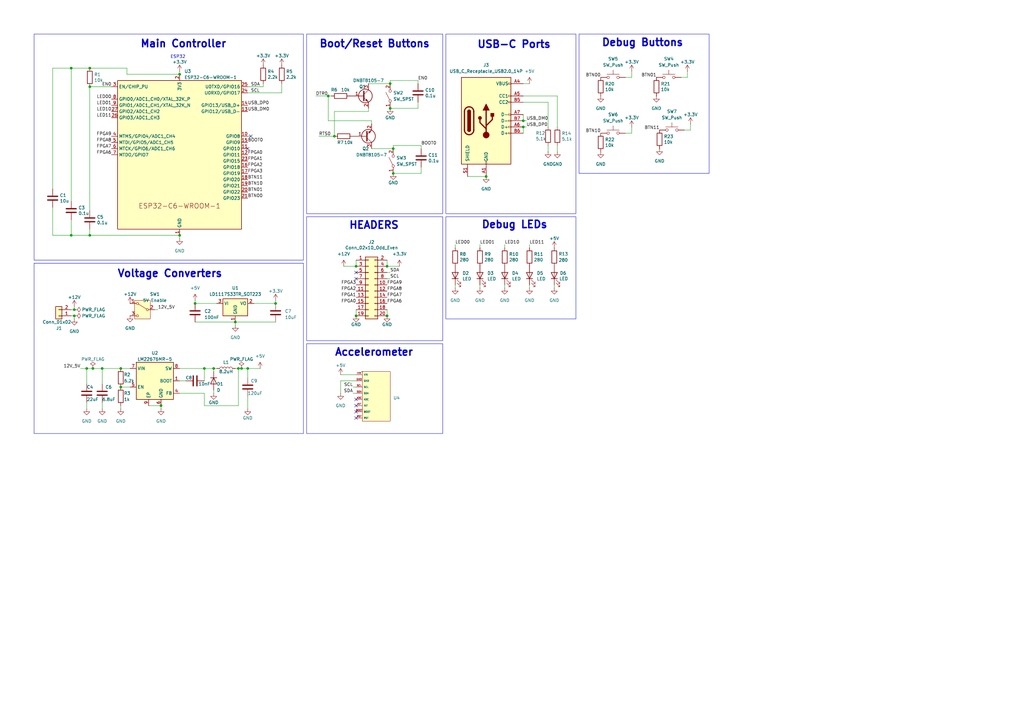
<source format=kicad_sch>
(kicad_sch (version 20231120) (generator "eeschema") (generator_version "8.0")
  (paper "A3")
  (lib_symbols
    (symbol "Adafruit_Files:BNO055"
      (property "Reference" "U" (at 0 2.54 0))
      (symbol "BNO055_1_1"
        (pin bidirectional line (at -2.54 -11.43 0) (length 2.54) (name "ADC") (number "ADC"))
        (pin bidirectional line (at -2.54 -16.51 0) (length 2.54) (name "BOOT") (number "BOOT"))
        (pin bidirectional line (at -2.54 -3.81 0) (length 2.54) (name "GND") (number "GND"))
        (pin bidirectional line (at -2.54 -13.97 0) (length 2.54) (name "INT") (number "INT"))
        (pin bidirectional line (at -2.54 -19.05 0) (length 2.54) (name "RST") (number "RST"))
        (pin bidirectional line (at -2.54 -6.35 0) (length 2.54) (name "SCL") (number "SCL"))
        (pin bidirectional line (at -2.54 -8.89 0) (length 2.54) (name "SDA") (number "SDA"))
        (pin bidirectional line (at -2.54 -1.27 0) (length 2.54) (name "VIN") (number "VIN"))
      )
    )
    (symbol "Connector:USB_C_Receptacle_USB2.0_14P" (pin_names (offset 1.016))
      (property "Reference" "J" (at 0 22.225 0))
      (property "Value" "USB_C_Receptacle_USB2.0_14P" (at 0 19.685 0))
      (symbol "USB_C_Receptacle_USB2.0_14P_1_1"
        (pin passive line (at 0 -22.86 90) (length 5.08) (name "GND") (number "A1"))
        (pin passive line (at 0 -22.86 90) (length 5.08) hide (name "GND") (number "A12"))
        (pin passive line (at 15.24 15.24 180) (length 5.08) (name "VBUS") (number "A4"))
        (pin bidirectional line (at 15.24 10.16 180) (length 5.08) (name "CC1") (number "A5"))
        (pin bidirectional line (at 15.24 -2.54 180) (length 5.08) (name "D+") (number "A6"))
        (pin bidirectional line (at 15.24 2.54 180) (length 5.08) (name "D-") (number "A7"))
        (pin passive line (at 15.24 15.24 180) (length 5.08) hide (name "VBUS") (number "A9"))
        (pin passive line (at 0 -22.86 90) (length 5.08) hide (name "GND") (number "B1"))
        (pin passive line (at 0 -22.86 90) (length 5.08) hide (name "GND") (number "B12"))
        (pin passive line (at 15.24 15.24 180) (length 5.08) hide (name "VBUS") (number "B4"))
        (pin bidirectional line (at 15.24 7.62 180) (length 5.08) (name "CC2") (number "B5"))
        (pin bidirectional line (at 15.24 -5.08 180) (length 5.08) (name "D+") (number "B6"))
        (pin bidirectional line (at 15.24 0 180) (length 5.08) (name "D-") (number "B7"))
        (pin passive line (at 15.24 15.24 180) (length 5.08) hide (name "VBUS") (number "B9"))
        (pin passive line (at -7.62 -22.86 90) (length 5.08) (name "SHIELD") (number "S1"))
      )
    )
    (symbol "Connector_Generic:Conn_01x02" (pin_names (offset 1.016) hide)
      (property "Reference" "J" (at 0 2.54 0))
      (property "Value" "Conn_01x02" (at 0 -5.08 0))
      (symbol "Conn_01x02_1_1"
        (pin passive line (at -5.08 0 0) (length 3.81) (name "Pin_1") (number "1"))
        (pin passive line (at -5.08 -2.54 0) (length 3.81) (name "Pin_2") (number "2"))
      )
    )
    (symbol "Connector_Generic:Conn_02x10_Odd_Even" (pin_names (offset 1.016) hide)
      (property "Reference" "J" (at 1.27 12.7 0))
      (property "Value" "Conn_02x10_Odd_Even" (at 1.27 -15.24 0))
      (symbol "Conn_02x10_Odd_Even_1_1"
        (pin passive line (at -5.08 10.16 0) (length 3.81) (name "Pin_1") (number "1"))
        (pin passive line (at 7.62 0 180) (length 3.81) (name "Pin_10") (number "10"))
        (pin passive line (at -5.08 -2.54 0) (length 3.81) (name "Pin_11") (number "11"))
        (pin passive line (at 7.62 -2.54 180) (length 3.81) (name "Pin_12") (number "12"))
        (pin passive line (at -5.08 -5.08 0) (length 3.81) (name "Pin_13") (number "13"))
        (pin passive line (at 7.62 -5.08 180) (length 3.81) (name "Pin_14") (number "14"))
        (pin passive line (at -5.08 -7.62 0) (length 3.81) (name "Pin_15") (number "15"))
        (pin passive line (at 7.62 -7.62 180) (length 3.81) (name "Pin_16") (number "16"))
        (pin passive line (at -5.08 -10.16 0) (length 3.81) (name "Pin_17") (number "17"))
        (pin passive line (at 7.62 -10.16 180) (length 3.81) (name "Pin_18") (number "18"))
        (pin passive line (at -5.08 -12.7 0) (length 3.81) (name "Pin_19") (number "19"))
        (pin passive line (at 7.62 10.16 180) (length 3.81) (name "Pin_2") (number "2"))
        (pin passive line (at 7.62 -12.7 180) (length 3.81) (name "Pin_20") (number "20"))
        (pin passive line (at -5.08 7.62 0) (length 3.81) (name "Pin_3") (number "3"))
        (pin passive line (at 7.62 7.62 180) (length 3.81) (name "Pin_4") (number "4"))
        (pin passive line (at -5.08 5.08 0) (length 3.81) (name "Pin_5") (number "5"))
        (pin passive line (at 7.62 5.08 180) (length 3.81) (name "Pin_6") (number "6"))
        (pin passive line (at -5.08 2.54 0) (length 3.81) (name "Pin_7") (number "7"))
        (pin passive line (at 7.62 2.54 180) (length 3.81) (name "Pin_8") (number "8"))
        (pin passive line (at -5.08 0 0) (length 3.81) (name "Pin_9") (number "9"))
      )
    )
    (symbol "Device:C" (pin_numbers hide) (pin_names (offset 0.254))
      (property "Reference" "C" (at 0.635 2.54 0))
      (property "Value" "C" (at 0.635 -2.54 0))
      (symbol "C_1_1"
        (pin passive line (at 0 3.81 270) (length 2.794) (name "~") (number "1"))
        (pin passive line (at 0 -3.81 90) (length 2.794) (name "~") (number "2"))
      )
    )
    (symbol "Device:D" (pin_numbers hide) (pin_names (offset 1.016) hide)
      (property "Reference" "D" (at 0 2.54 0))
      (property "Value" "D" (at 0 -2.54 0))
      (symbol "D_1_1"
        (pin passive line (at -3.81 0 0) (length 2.54) (name "K") (number "1"))
        (pin passive line (at 3.81 0 180) (length 2.54) (name "A") (number "2"))
      )
    )
    (symbol "Device:L" (pin_numbers hide) (pin_names (offset 1.016) hide)
      (property "Reference" "L" (at -1.27 0 90))
      (property "Value" "L" (at 1.905 0 90))
      (symbol "L_1_1"
        (pin passive line (at 0 3.81 270) (length 1.27) (name "1") (number "1"))
        (pin passive line (at 0 -3.81 90) (length 1.27) (name "2") (number "2"))
      )
    )
    (symbol "Device:LED" (pin_numbers hide) (pin_names (offset 1.016) hide)
      (property "Reference" "D" (at 0 2.54 0))
      (property "Value" "LED" (at 0 -2.54 0))
      (symbol "LED_1_1"
        (pin passive line (at -3.81 0 0) (length 2.54) (name "K") (number "1"))
        (pin passive line (at 3.81 0 180) (length 2.54) (name "A") (number "2"))
      )
    )
    (symbol "Device:Q_NPN_BEC" (pin_names (offset 0) hide)
      (property "Reference" "Q" (at 5.08 1.27 0))
      (property "Value" "Q_NPN_BEC" (at 5.08 -1.27 0))
      (symbol "Q_NPN_BEC_1_1"
        (pin input line (at -5.08 0 0) (length 5.715) (name "B") (number "1"))
        (pin passive line (at 2.54 -5.08 90) (length 2.54) (name "E") (number "2"))
        (pin passive line (at 2.54 5.08 270) (length 2.54) (name "C") (number "3"))
      )
    )
    (symbol "Device:R" (pin_numbers hide) (pin_names (offset 0))
      (property "Reference" "R" (at 2.032 0 90))
      (property "Value" "R" (at 0 0 90))
      (symbol "R_1_1"
        (pin passive line (at 0 3.81 270) (length 1.27) (name "~") (number "1"))
        (pin passive line (at 0 -3.81 90) (length 1.27) (name "~") (number "2"))
      )
    )
    (symbol "Espressif:ESP32-C6-WROOM-1"
      (property "Reference" "U" (at -25.4 35.56 0))
      (property "Value" "ESP32-C6-WROOM-1" (at -25.4 33.02 0))
      (symbol "ESP32-C6-WROOM-1_0_0"
        (text "ESP32-C6-WROOM-1" (at 0 -20.955 0) (effects (font (size 2 2))))
      )
      (symbol "ESP32-C6-WROOM-1_1_1"
        (pin power_in line (at 0 -33.02 90) (length 2.54) (name "GND") (number "1"))
        (pin bidirectional line (at 27.94 7.62 180) (length 2.54) (name "GPIO8") (number "10"))
        (pin bidirectional line (at 27.94 2.54 180) (length 2.54) (name "GPIO10") (number "11"))
        (pin bidirectional line (at 27.94 0 180) (length 2.54) (name "GPIO11") (number "12"))
        (pin bidirectional line (at 27.94 17.78 180) (length 2.54) (name "GPIO12/USB_D-") (number "13"))
        (pin bidirectional line (at 27.94 20.32 180) (length 2.54) (name "GPIO13/USB_D+") (number "14"))
        (pin bidirectional line (at 27.94 5.08 180) (length 2.54) (name "GPIO9") (number "15"))
        (pin bidirectional line (at 27.94 -5.08 180) (length 2.54) (name "GPIO18") (number "16"))
        (pin bidirectional line (at 27.94 -7.62 180) (length 2.54) (name "GPIO19") (number "17"))
        (pin bidirectional line (at 27.94 -10.16 180) (length 2.54) (name "GPIO20") (number "18"))
        (pin bidirectional line (at 27.94 -12.7 180) (length 2.54) (name "GPIO21") (number "19"))
        (pin power_in line (at 0 33.02 270) (length 2.54) (name "3V3") (number "2"))
        (pin bidirectional line (at 27.94 -15.24 180) (length 2.54) (name "GPIO22") (number "20"))
        (pin bidirectional line (at 27.94 -17.78 180) (length 2.54) (name "GPIO23") (number "21"))
        (pin no_connect line (at -25.4 -12.7 0) (length 2.54) hide (name "NC") (number "22"))
        (pin bidirectional line (at 27.94 -2.54 180) (length 2.54) (name "GPIO15") (number "23"))
        (pin bidirectional line (at 27.94 25.4 180) (length 2.54) (name "U0RXD/GPIO17") (number "24"))
        (pin bidirectional line (at 27.94 27.94 180) (length 2.54) (name "U0TXD/GPIO16") (number "25"))
        (pin bidirectional line (at -27.94 15.24 0) (length 2.54) (name "GPIO3/ADC1_CH3") (number "26"))
        (pin bidirectional line (at -27.94 17.78 0) (length 2.54) (name "GPIO2/ADC1_CH2") (number "27"))
        (pin passive line (at 0 -33.02 90) (length 2.54) hide (name "GND") (number "28"))
        (pin passive line (at 0 -33.02 90) (length 2.54) hide (name "GND") (number "29"))
        (pin input line (at -27.94 27.94 0) (length 2.54) (name "EN/CHIP_PU") (number "3"))
        (pin bidirectional line (at -27.94 7.62 0) (length 2.54) (name "MTMS/GPIO4/ADC1_CH4") (number "4"))
        (pin bidirectional line (at -27.94 5.08 0) (length 2.54) (name "MTDI/GPIO5/ADC1_CH5") (number "5"))
        (pin bidirectional line (at -27.94 2.54 0) (length 2.54) (name "MTCK/GPIO6/ADC1_CH6") (number "6"))
        (pin bidirectional line (at -27.94 0 0) (length 2.54) (name "MTDO/GPIO7") (number "7"))
        (pin bidirectional line (at -27.94 22.86 0) (length 2.54) (name "GPIO0/ADC1_CH0/XTAL_32K_P") (number "8"))
        (pin bidirectional line (at -27.94 20.32 0) (length 2.54) (name "GPIO1/ADC1_CH1/XTAL_32K_N") (number "9"))
      )
    )
    (symbol "Regulator_Linear:LD1117S33TR_SOT223"
      (property "Reference" "U" (at -3.81 3.175 0))
      (property "Value" "LD1117S33TR_SOT223" (at 0 3.175 0))
      (symbol "LD1117S33TR_SOT223_1_1"
        (pin power_in line (at 0 -7.62 90) (length 2.54) (name "GND") (number "1"))
        (pin power_out line (at 7.62 0 180) (length 2.54) (name "VO") (number "2"))
        (pin power_in line (at -7.62 0 0) (length 2.54) (name "VI") (number "3"))
      )
    )
    (symbol "Regulator_Switching:LM22676MR-5"
      (property "Reference" "U" (at -6.35 8.89 0))
      (property "Value" "LM22676MR-5" (at 5.08 8.89 0))
      (symbol "LM22676MR-5_1_1"
        (pin input line (at 10.16 0 180) (length 2.54) (name "BOOT") (number "1"))
        (pin no_connect line (at -7.62 2.54 0) (length 2.54) hide (name "NC") (number "2"))
        (pin no_connect line (at -7.62 0 0) (length 2.54) hide (name "NC") (number "3"))
        (pin input line (at 10.16 -5.08 180) (length 2.54) (name "FB") (number "4"))
        (pin input line (at -10.16 -2.54 0) (length 2.54) (name "EN") (number "5"))
        (pin power_in line (at 2.54 -10.16 90) (length 2.54) (name "GND") (number "6"))
        (pin power_in line (at -10.16 5.08 0) (length 2.54) (name "VIN") (number "7"))
        (pin power_out line (at 10.16 5.08 180) (length 2.54) (name "SW") (number "8"))
        (pin power_in line (at -2.54 -10.16 90) (length 2.54) (name "EP") (number "9"))
      )
    )
    (symbol "Switch:SW_Push" (pin_numbers hide) (pin_names (offset 1.016) hide)
      (property "Reference" "SW" (at 1.27 2.54 0))
      (property "Value" "SW_Push" (at 0 -1.524 0))
      (symbol "SW_Push_0_1"
        (pin passive line (at -5.08 0 0) (length 2.54) (name "1") (number "1"))
        (pin passive line (at 5.08 0 180) (length 2.54) (name "2") (number "2"))
      )
    )
    (symbol "Switch:SW_SPDT" (pin_names (offset 0) hide)
      (property "Reference" "SW" (at 0 5.08 0))
      (property "Value" "SW_SPDT" (at 0 -5.08 0))
      (symbol "SW_SPDT_1_1"
        (pin passive line (at 5.08 2.54 180) (length 2.54) (name "A") (number "1"))
        (pin passive line (at -5.08 0 0) (length 2.54) (name "B") (number "2"))
        (pin passive line (at 5.08 -2.54 180) (length 2.54) (name "C") (number "3"))
      )
    )
    (symbol "Switch:SW_SPST" (pin_names (offset 0) hide)
      (property "Reference" "SW" (at 0 3.175 0))
      (property "Value" "SW_SPST" (at 0 -2.54 0))
      (symbol "SW_SPST_1_1"
        (pin passive line (at -5.08 0 0) (length 2.54) (name "A") (number "1"))
        (pin passive line (at 5.08 0 180) (length 2.54) (name "B") (number "2"))
      )
    )
    (symbol "power:+12V" (power) (pin_numbers hide) (pin_names (offset 0) hide)
      (property "Value" "+12V" (at 0 3.556 0))
      (symbol "+12V_1_1"
        (pin power_in line (at 0 0 90) (length 0) (name "~") (number "1"))
      )
    )
    (symbol "power:+3.3V" (power) (pin_numbers hide) (pin_names (offset 0) hide)
      (property "Value" "+3.3V" (at 0 3.556 0))
      (symbol "+3.3V_1_1"
        (pin power_in line (at 0 0 90) (length 0) (name "~") (number "1"))
      )
    )
    (symbol "power:+5V" (power) (pin_numbers hide) (pin_names (offset 0) hide)
      (property "Value" "+5V" (at 0 3.556 0))
      (symbol "+5V_1_1"
        (pin power_in line (at 0 0 90) (length 0) (name "~") (number "1"))
      )
    )
    (symbol "power:GND" (power) (pin_numbers hide) (pin_names (offset 0) hide)
      (property "Value" "GND" (at 0 -3.81 0))
      (symbol "GND_1_1"
        (pin power_in line (at 0 0 270) (length 0) (name "~") (number "1"))
      )
    )
    (symbol "power:PWR_FLAG" (power) (pin_numbers hide) (pin_names (offset 0) hide)
      (property "Value" "PWR_FLAG" (at 0 3.81 0))
      (symbol "PWR_FLAG_0_0"
        (pin power_out line (at 0 0 90) (length 0) (name "~") (number "1"))
      )
    )
  )
  (junction (at 38.1 151.13))
  (junction (at 49.53 158.75))
  (junction (at 36.83 96.52))
  (junction (at 158.75 129.54))
  (junction (at 66.04 166.37))
  (junction (at 96.52 132.08))
  (junction (at 137.16 55.88))
  (junction (at 29.21 27.94))
  (junction (at 36.83 27.94))
  (junction (at 80.01 124.46))
  (junction (at 134.62 39.37))
  (junction (at 161.29 71.12))
  (junction (at 73.66 96.52))
  (junction (at 29.21 96.52))
  (junction (at 146.05 109.22))
  (junction (at 73.66 30.48))
  (junction (at 199.39 72.39))
  (junction (at 41.91 151.13))
  (junction (at 87.63 151.13))
  (junction (at 35.56 151.13))
  (junction (at 97.79 151.13))
  (junction (at 146.05 129.54))
  (junction (at 160.02 44.45))
  (junction (at 30.48 129.54))
  (junction (at 160.02 34.29))
  (junction (at 214.63 52.07))
  (junction (at 214.63 49.53))
  (junction (at 101.6 151.13))
  (junction (at 36.83 35.56))
  (junction (at 158.75 109.22))
  (junction (at 161.29 60.96))
  (junction (at 30.48 127))
  (junction (at 99.06 151.13))
  (junction (at 83.82 151.13))
  (junction (at 49.53 151.13))
  (junction (at 113.03 124.46))
  (no_connect (at 101.6 60.96))
  (no_connect (at 146.05 111.76))
  (no_connect (at 146.05 168.91))
  (no_connect (at 102.87 55.88))
  (no_connect (at 146.05 166.37))
  (no_connect (at 146.05 171.45))
  (no_connect (at 146.05 163.83))
  (no_connect (at 146.05 114.3))
  (wire (pts (xy 228.6 39.37) (xy 228.6 52.07)))
  (wire (pts (xy 134.62 49.53) (xy 134.62 39.37)))
  (wire (pts (xy 171.45 44.45) (xy 171.45 41.91)))
  (wire (pts (xy 207.01 116.84) (xy 207.01 118.11)))
  (wire (pts (xy 144.78 161.29) (xy 146.05 161.29)))
  (wire (pts (xy 115.57 38.1) (xy 115.57 34.29)))
  (wire (pts (xy 146.05 106.68) (xy 146.05 109.22)))
  (wire (pts (xy 87.63 161.29) (xy 87.63 160.02)))
  (wire (pts (xy 259.08 54.61) (xy 259.08 52.07)))
  (wire (pts (xy 66.04 167.64) (xy 66.04 166.37)))
  (wire (pts (xy 137.16 45.72) (xy 137.16 55.88)))
  (wire (pts (xy 87.63 152.4) (xy 87.63 151.13)))
  (wire (pts (xy 83.82 151.13) (xy 73.66 151.13)))
  (wire (pts (xy 83.82 151.13) (xy 87.63 151.13)))
  (wire (pts (xy 21.59 96.52) (xy 29.21 96.52)))
  (wire (pts (xy 134.62 39.37) (xy 135.89 39.37)))
  (wire (pts (xy 186.69 101.6) (xy 186.69 100.33)))
  (wire (pts (xy 102.87 55.88) (xy 101.6 55.88)))
  (wire (pts (xy 160.02 111.76) (xy 158.75 111.76)))
  (wire (pts (xy 160.02 33.02) (xy 160.02 34.29)))
  (wire (pts (xy 224.79 41.91) (xy 214.63 41.91)))
  (wire (pts (xy 41.91 165.1) (xy 41.91 167.64)))
  (wire (pts (xy 214.63 34.29) (xy 217.17 34.29)))
  (wire (pts (xy 101.6 151.13) (xy 101.6 154.94)))
  (wire (pts (xy 214.63 52.07) (xy 214.63 54.61)))
  (wire (pts (xy 224.79 52.07) (xy 224.79 41.91)))
  (wire (pts (xy 73.66 156.21) (xy 76.2 156.21)))
  (wire (pts (xy 158.75 106.68) (xy 158.75 109.22)))
  (wire (pts (xy 38.1 151.13) (xy 35.56 151.13)))
  (wire (pts (xy 171.45 33.02) (xy 160.02 33.02)))
  (wire (pts (xy 104.14 124.46) (xy 113.03 124.46)))
  (wire (pts (xy 151.13 45.72) (xy 151.13 44.45)))
  (wire (pts (xy 196.85 101.6) (xy 196.85 100.33)))
  (wire (pts (xy 113.03 123.19) (xy 113.03 124.46)))
  (wire (pts (xy 214.63 46.99) (xy 214.63 49.53)))
  (wire (pts (xy 256.54 31.75) (xy 259.08 31.75)))
  (wire (pts (xy 196.85 116.84) (xy 196.85 118.11)))
  (wire (pts (xy 73.66 30.48) (xy 52.07 30.48)))
  (wire (pts (xy 107.95 35.56) (xy 107.95 34.29)))
  (wire (pts (xy 96.52 132.08) (xy 113.03 132.08)))
  (wire (pts (xy 29.21 27.94) (xy 21.59 27.94)))
  (wire (pts (xy 130.81 55.88) (xy 137.16 55.88)))
  (wire (pts (xy 96.52 151.13) (xy 97.79 151.13)))
  (wire (pts (xy 152.4 49.53) (xy 134.62 49.53)))
  (wire (pts (xy 160.02 44.45) (xy 171.45 44.45)))
  (wire (pts (xy 41.91 151.13) (xy 41.91 157.48)))
  (wire (pts (xy 146.05 127) (xy 146.05 129.54)))
  (wire (pts (xy 158.75 109.22) (xy 163.83 109.22)))
  (wire (pts (xy 161.29 59.69) (xy 161.29 60.96)))
  (wire (pts (xy 186.69 116.84) (xy 186.69 118.11)))
  (wire (pts (xy 29.21 129.54) (xy 30.48 129.54)))
  (wire (pts (xy 217.17 116.84) (xy 217.17 118.11)))
  (wire (pts (xy 35.56 165.1) (xy 35.56 167.64)))
  (wire (pts (xy 158.75 127) (xy 158.75 129.54)))
  (wire (pts (xy 137.16 45.72) (xy 151.13 45.72)))
  (wire (pts (xy 36.83 93.98) (xy 36.83 96.52)))
  (wire (pts (xy 101.6 38.1) (xy 115.57 38.1)))
  (wire (pts (xy 52.07 27.94) (xy 36.83 27.94)))
  (wire (pts (xy 29.21 127) (xy 30.48 127)))
  (wire (pts (xy 36.83 35.56) (xy 36.83 86.36)))
  (wire (pts (xy 256.54 54.61) (xy 259.08 54.61)))
  (wire (pts (xy 101.6 167.64) (xy 101.6 162.56)))
  (wire (pts (xy 29.21 96.52) (xy 36.83 96.52)))
  (wire (pts (xy 152.4 60.96) (xy 161.29 60.96)))
  (wire (pts (xy 214.63 39.37) (xy 228.6 39.37)))
  (wire (pts (xy 73.66 29.21) (xy 73.66 30.48)))
  (wire (pts (xy 36.83 96.52) (xy 73.66 96.52)))
  (wire (pts (xy 214.63 49.53) (xy 215.9 49.53)))
  (wire (pts (xy 207.01 101.6) (xy 207.01 100.33)))
  (wire (pts (xy 99.06 151.13) (xy 101.6 151.13)))
  (wire (pts (xy 97.79 151.13) (xy 97.79 166.37)))
  (wire (pts (xy 80.01 124.46) (xy 88.9 124.46)))
  (wire (pts (xy 41.91 151.13) (xy 49.53 151.13)))
  (wire (pts (xy 191.77 72.39) (xy 199.39 72.39)))
  (wire (pts (xy 52.07 30.48) (xy 52.07 27.94)))
  (wire (pts (xy 35.56 151.13) (xy 33.02 151.13)))
  (wire (pts (xy 146.05 153.67) (xy 139.7 153.67)))
  (wire (pts (xy 101.6 35.56) (xy 107.95 35.56)))
  (wire (pts (xy 60.96 166.37) (xy 66.04 166.37)))
  (wire (pts (xy 29.21 90.17) (xy 29.21 96.52)))
  (wire (pts (xy 64.77 127) (xy 63.5 127)))
  (wire (pts (xy 172.72 59.69) (xy 172.72 60.96)))
  (wire (pts (xy 228.6 62.23) (xy 228.6 59.69)))
  (wire (pts (xy 280.67 53.34) (xy 283.21 53.34)))
  (wire (pts (xy 83.82 151.13) (xy 83.82 156.21)))
  (wire (pts (xy 49.53 158.75) (xy 53.34 158.75)))
  (wire (pts (xy 49.53 167.64) (xy 49.53 166.37)))
  (wire (pts (xy 152.4 49.53) (xy 152.4 50.8)))
  (wire (pts (xy 29.21 27.94) (xy 29.21 82.55)))
  (wire (pts (xy 140.97 109.22) (xy 146.05 109.22)))
  (wire (pts (xy 83.82 166.37) (xy 97.79 166.37)))
  (wire (pts (xy 36.83 35.56) (xy 45.72 35.56)))
  (wire (pts (xy 21.59 85.09) (xy 21.59 96.52)))
  (wire (pts (xy 214.63 52.07) (xy 215.9 52.07)))
  (wire (pts (xy 144.78 158.75) (xy 146.05 158.75)))
  (wire (pts (xy 73.66 97.79) (xy 73.66 96.52)))
  (wire (pts (xy 281.94 31.75) (xy 281.94 29.21)))
  (wire (pts (xy 96.52 132.08) (xy 96.52 133.35)))
  (wire (pts (xy 129.54 39.37) (xy 134.62 39.37)))
  (wire (pts (xy 151.13 34.29) (xy 160.02 34.29)))
  (wire (pts (xy 30.48 129.54) (xy 30.48 130.81)))
  (wire (pts (xy 80.01 123.19) (xy 80.01 124.46)))
  (wire (pts (xy 36.83 27.94) (xy 29.21 27.94)))
  (wire (pts (xy 73.66 161.29) (xy 83.82 161.29)))
  (wire (pts (xy 41.91 151.13) (xy 38.1 151.13)))
  (wire (pts (xy 49.53 151.13) (xy 53.34 151.13)))
  (wire (pts (xy 161.29 71.12) (xy 172.72 71.12)))
  (wire (pts (xy 87.63 151.13) (xy 88.9 151.13)))
  (wire (pts (xy 160.02 114.3) (xy 158.75 114.3)))
  (wire (pts (xy 21.59 27.94) (xy 21.59 77.47)))
  (wire (pts (xy 279.4 31.75) (xy 281.94 31.75)))
  (wire (pts (xy 83.82 166.37) (xy 83.82 161.29)))
  (wire (pts (xy 146.05 156.21) (xy 139.7 156.21)))
  (wire (pts (xy 224.79 62.23) (xy 224.79 59.69)))
  (wire (pts (xy 172.72 71.12) (xy 172.72 68.58)))
  (wire (pts (xy 161.29 59.69) (xy 172.72 59.69)))
  (wire (pts (xy 80.01 132.08) (xy 96.52 132.08)))
  (wire (pts (xy 101.6 151.13) (xy 106.68 151.13)))
  (wire (pts (xy 30.48 127) (xy 30.48 125.73)))
  (wire (pts (xy 283.21 53.34) (xy 283.21 50.8)))
  (wire (pts (xy 171.45 33.02) (xy 171.45 34.29)))
  (wire (pts (xy 97.79 151.13) (xy 99.06 151.13)))
  (wire (pts (xy 139.7 156.21) (xy 139.7 161.29)))
  (wire (pts (xy 227.33 116.84) (xy 227.33 118.11)))
  (wire (pts (xy 259.08 31.75) (xy 259.08 29.21)))
  (wire (pts (xy 217.17 101.6) (xy 217.17 100.33)))
  (wire (pts (xy 35.56 151.13) (xy 35.56 157.48)))
  (rectangle (start 13.97 13.97) (end 124.46 106.68))
  (rectangle (start 13.97 107.95) (end 124.46 177.8))
  (rectangle (start 125.73 13.97) (end 181.61 87.63))
  (rectangle (start 125.73 140.97) (end 181.61 177.8))
  (rectangle (start 237.49 13.97) (end 290.83 71.12))
  (rectangle (start 182.88 88.9) (end 236.22 130.81))
  (rectangle (start 125.73 88.9) (end 181.61 139.7))
  (rectangle (start 182.88 13.97) (end 236.22 87.63))
  (text "Debug Buttons" (at 246.634 19.304 0) (effects (font (size 3 3) (thickness 0.6) (bold yes)) (justify left bottom)))
  (text "Accelerometer\n" (at 137.16 146.304 0) (effects (font (size 3 3) (thickness 0.6) (bold yes)) (justify left bottom)))
  (text "USB-C Ports" (at 195.58 20.066 0) (effects (font (size 3 3) (thickness 0.6) (bold yes)) (justify left bottom)))
  (text "Voltage Converters" (at 48.006 114.046 0) (effects (font (size 3 3) (thickness 0.6) (bold yes)) (justify left bottom)))
  (text "ESP32" (at 69.85 24.13 0) (effects (font (size 1.27 1.27)) (justify left bottom)))
  (text "Main Controller" (at 57.404 19.812 0) (effects (font (size 3 3) (thickness 0.6) (bold yes)) (justify left bottom)))
  (text "Boot/Reset Buttons" (at 130.81 19.812 0) (effects (font (size 3 3) (thickness 0.6) (bold yes)) (justify left bottom)))
  (text "HEADERS\n" (at 143.002 94.234 0) (effects (font (size 3 3) (thickness 0.6) (bold yes)) (justify left bottom)))
  (text "Debug LEDs" (at 197.358 93.98 0) (effects (font (size 3 3) (thickness 0.6) (bold yes)) (justify left bottom)))
  (label "SDA" (at 160.02 111.76 0))
  (label "SDA" (at 102.87 35.56 0))
  (label "SDA" (at 144.78 161.29 180))
  (label "LED01" (at 196.85 100.33 0))
  (label "FPGA8" (at 45.72 58.42 180))
  (label "FPGA2" (at 101.6 68.58 0))
  (label "BTN11" (at 101.6 73.66 0))
  (label "FPGA1" (at 146.05 121.92 180))
  (label "BTN00" (at 246.38 31.75 180))
  (label "FPGA7" (at 158.75 121.92 0))
  (label "LED10" (at 207.01 100.33 0))
  (label "SCL" (at 160.02 114.3 0))
  (label "12V_5V" (at 33.02 151.13 180))
  (label "LED01" (at 45.72 43.18 180))
  (label "FPGA0" (at 101.6 63.5 0))
  (label "BTN10" (at 246.38 54.61 180))
  (label "USB_DP0" (at 215.9 52.07 0))
  (label "FPGA8" (at 158.75 119.38 0))
  (label "DTR0" (at 129.54 39.37 0))
  (label "BOOT0" (at 172.72 59.69 0))
  (label "LED10" (at 45.72 45.72 180))
  (label "12V_5V" (at 64.77 127 0))
  (label "BTN11" (at 270.51 53.34 180))
  (label "LED11" (at 45.72 48.26 180))
  (label "FPGA9" (at 45.72 55.88 180))
  (label "LED11" (at 217.17 100.33 0))
  (label "BOOT0" (at 101.6 58.42 0))
  (label "USB_DP0" (at 101.6 43.18 0))
  (label "FPGA0" (at 146.05 124.46 180))
  (label "RTS0" (at 130.81 55.88 0))
  (label "BTN00" (at 101.6 81.28 0))
  (label "FPGA9" (at 158.75 116.84 0))
  (label "BTN10" (at 101.6 76.2 0))
  (label "LED00" (at 186.69 100.33 0))
  (label "USB_DM0" (at 101.6 45.72 0))
  (label "BTN01" (at 101.6 78.74 0))
  (label "FPGA7" (at 45.72 60.96 180))
  (label "FPGA6" (at 158.75 124.46 0))
  (label "EN0" (at 171.45 33.02 0))
  (label "BTN01" (at 269.24 31.75 180))
  (label "FPGA6" (at 45.72 63.5 180))
  (label "FPGA3" (at 146.05 116.84 180))
  (label "USB_DM0" (at 215.9 49.53 0))
  (label "SCL" (at 102.87 38.1 0))
  (label "SCL" (at 144.78 158.75 180))
  (label "FPGA2" (at 146.05 119.38 180))
  (label "EN0" (at 45.72 35.56 180))
  (label "FPGA1" (at 101.6 66.04 0))
  (label "LED00" (at 45.72 40.64 180))
  (label "FPGA3" (at 101.6 71.12 0))
  (symbol (lib_id "Device:C") (at 172.72 64.77 0) (unit 1)
    (property "Reference" "C11" (at 175.641 63.6016 0) (effects (justify left)))
    (property "Value" "0.1u" (at 175.641 65.913 0) (effects (justify left)))
    (property "Footprint" "Capacitor_SMD:C_0603_1608Metric_Pad1.08x0.95mm_HandSolder" (effects (hide yes)))
    (property "Description" "Unpolarized capacitor" (effects (hide yes)))
  )
  (symbol (lib_id "Switch:SW_Push") (at 251.46 54.61 0) (unit 1)
    (property "Reference" "SW6" (at 251.46 46.99 0))
    (property "Value" "SW_Push" (at 251.46 49.53 0))
    (property "Footprint" "Button_Switch_SMD:SW_SPST_B3U-1000P" (effects (hide yes)))
    (property "Description" "Push button switch, generic, two pins" (effects (hide yes)))
  )
  (symbol (lib_id "power:GND") (at 227.33 118.11 0) (unit 1)
    (property "Reference" "#PWR035" (effects (hide yes)))
    (property "Value" "GND" (at 227.33 123.19 0))
    (property "Description" "Power symbol creates a global label with name \"GND\" , ground" (effects (hide yes)))
  )
  (symbol (lib_id "Switch:SW_SPDT") (at 58.42 127 0) (mirror y) (unit 1)
    (property "Reference" "SW1" (at 63.5 120.65 0))
    (property "Value" "5V Enable" (at 63.5 123.19 0))
    (property "Footprint" "Button_Switch_THT:SW_Slide-03_Wuerth-WS-SLTV_10x2.5x6.4_P2.54mm" (effects (hide yes)))
    (property "Description" "Switch, single pole double throw" (effects (hide yes)))
  )
  (symbol (lib_id "power:GND") (at 269.24 39.37 0) (unit 1)
    (property "Reference" "#PWR045" (effects (hide yes)))
    (property "Value" "GND" (at 269.24 44.45 0))
    (property "Description" "Power symbol creates a global label with name \"GND\" , ground" (effects (hide yes)))
  )
  (symbol (lib_id "Device:R") (at 186.69 105.41 0) (unit 1)
    (property "Reference" "R8" (at 188.468 104.2416 0) (effects (justify left)))
    (property "Value" "280" (at 188.468 106.553 0) (effects (justify left)))
    (property "Footprint" "Resistor_SMD:R_0603_1608Metric_Pad0.98x0.95mm_HandSolder" (effects (hide yes)))
    (property "Description" "Resistor" (effects (hide yes)))
  )
  (symbol (lib_id "power:GND") (at 161.29 71.12 0) (unit 1)
    (property "Reference" "#PWR025" (effects (hide yes)))
    (property "Value" "GND" (at 161.29 74.93 0))
    (property "Description" "Power symbol creates a global label with name \"GND\" , ground" (effects (hide yes)))
  )
  (symbol (lib_id "power:+3.3V") (at 115.57 26.67 0) (unit 1)
    (property "Reference" "#PWR016" (effects (hide yes)))
    (property "Value" "+3.3V" (at 115.57 22.86 0))
    (property "Description" "Power symbol creates a global label with name \"+3.3V\"" (effects (hide yes)))
  )
  (symbol (lib_id "power:+12V") (at 53.34 124.46 0) (unit 1)
    (property "Reference" "#PWR010" (effects (hide yes)))
    (property "Value" "+12V" (at 53.34 120.65 0))
    (property "Description" "Power symbol creates a global label with name \"+12V\"" (effects (hide yes)))
  )
  (symbol (lib_id "power:GND") (at 146.05 129.54 0) (mirror y) (unit 1)
    (property "Reference" "#PWR022" (effects (hide yes)))
    (property "Value" "GND" (at 146.05 133.096 0))
    (property "Description" "Power symbol creates a global label with name \"GND\" , ground" (effects (hide yes)))
  )
  (symbol (lib_id "Device:D") (at 87.63 156.21 270) (unit 1)
    (property "Reference" "D1" (at 88.9 157.48 90) (effects (justify left)))
    (property "Value" "D" (at 88.9 160.02 90) (effects (justify left)))
    (property "Footprint" "Diode_SMD:D_SMA_Handsoldering" (effects (hide yes)))
    (property "Description" "Diode" (effects (hide yes)))
    (property "Sim.Device" "D" (effects (hide yes)))
    (property "Sim.Pins" "1=K 2=A" (effects (hide yes)))
  )
  (symbol (lib_id "Connector_Generic:Conn_02x10_Odd_Even") (at 151.13 116.84 0) (unit 1)
    (property "Reference" "J2" (at 152.4 99.314 0))
    (property "Value" "Conn_02x10_Odd_Even" (at 152.4 101.6 0))
    (property "Footprint" "Connector_PinHeader_2.54mm:PinHeader_2x10_P2.54mm_Vertical" (effects (hide yes)))
    (property "Description" "Generic connector, double row, 02x10, odd/even pin numbering scheme (row 1 odd numbers, row 2 even numbers), script generated (kicad-library-utils/schlib/autogen/connector/)" (effects (hide yes)))
  )
  (symbol (lib_id "Device:Q_NPN_BEC") (at 148.59 39.37 0) (unit 1)
    (property "Reference" "Q1" (at 147.32 35.56 0) (effects (justify left)))
    (property "Value" "DNBT8105-7" (at 144.78 33.02 0) (effects (justify left)))
    (property "Footprint" "Package_TO_SOT_SMD:SOT-23" (effects (hide yes)))
    (property "Description" "NPN transistor, base/emitter/collector" (effects (hide yes)))
  )
  (symbol (lib_id "Device:R") (at 107.95 30.48 0) (unit 1)
    (property "Reference" "R4" (at 109.728 29.3116 0) (effects (justify left)))
    (property "Value" "2.2k" (at 109.728 31.623 0) (effects (justify left)))
    (property "Footprint" "Resistor_SMD:R_0603_1608Metric_Pad0.98x0.95mm_HandSolder" (effects (hide yes)))
    (property "Description" "Resistor" (effects (hide yes)))
  )
  (symbol (lib_id "Device:R") (at 224.79 55.88 0) (unit 1)
    (property "Reference" "R12" (at 219.71 54.61 0) (effects (justify left)))
    (property "Value" "5.1k" (at 219.71 56.9214 0) (effects (justify left)))
    (property "Footprint" "Resistor_SMD:R_0603_1608Metric_Pad0.98x0.95mm_HandSolder" (effects (hide yes)))
    (property "Description" "Resistor" (effects (hide yes)))
  )
  (symbol (lib_id "power:+3.3V") (at 73.66 29.21 0) (unit 1)
    (property "Reference" "#PWR08" (effects (hide yes)))
    (property "Value" "+3.3V" (at 73.66 25.4 0))
    (property "Description" "Power symbol creates a global label with name \"+3.3V\"" (effects (hide yes)))
  )
  (symbol (lib_id "power:+3.3V") (at 281.94 29.21 0) (unit 1)
    (property "Reference" "#PWR046" (effects (hide yes)))
    (property "Value" "+3.3V" (at 281.94 25.4 0))
    (property "Description" "Power symbol creates a global label with name \"+3.3V\"" (effects (hide yes)))
  )
  (symbol (lib_id "Device:R") (at 246.38 35.56 0) (unit 1)
    (property "Reference" "R20" (at 248.158 34.3916 0) (effects (justify left)))
    (property "Value" "10k" (at 248.158 36.703 0) (effects (justify left)))
    (property "Footprint" "Resistor_SMD:R_0603_1608Metric_Pad0.98x0.95mm_HandSolder" (effects (hide yes)))
    (property "Description" "Resistor" (effects (hide yes)))
  )
  (symbol (lib_id "power:GND") (at 41.91 167.64 0) (mirror y) (unit 1)
    (property "Reference" "#PWR04" (effects (hide yes)))
    (property "Value" "GND" (at 41.91 172.72 0))
    (property "Description" "Power symbol creates a global label with name \"GND\" , ground" (effects (hide yes)))
  )
  (symbol (lib_id "power:GND") (at 35.56 167.64 0) (mirror y) (unit 1)
    (property "Reference" "#PWR02" (effects (hide yes)))
    (property "Value" "GND" (at 35.56 172.72 0))
    (property "Description" "Power symbol creates a global label with name \"GND\" , ground" (effects (hide yes)))
  )
  (symbol (lib_id "power:+12V") (at 30.48 125.73 0) (unit 1)
    (property "Reference" "#PWR017" (effects (hide yes)))
    (property "Value" "+12V" (at 30.48 121.92 0))
    (property "Description" "Power symbol creates a global label with name \"+12V\"" (effects (hide yes)))
  )
  (symbol (lib_id "Device:L") (at 92.71 151.13 90) (unit 1)
    (property "Reference" "L1" (at 92.71 148.59 90))
    (property "Value" "8.2uH" (at 92.71 152.4 90))
    (property "Footprint" "Inductor_SMD:L_7.3x7.3_H3.5" (effects (hide yes)))
    (property "Description" "Inductor" (effects (hide yes)))
  )
  (symbol (lib_id "Switch:SW_Push") (at 275.59 53.34 0) (unit 1)
    (property "Reference" "SW7" (at 275.59 45.72 0))
    (property "Value" "SW_Push" (at 275.59 48.26 0))
    (property "Footprint" "Button_Switch_SMD:SW_SPST_B3U-1000P" (effects (hide yes)))
    (property "Description" "Push button switch, generic, two pins" (effects (hide yes)))
  )
  (symbol (lib_id "power:+3.3V") (at 107.95 26.67 0) (unit 1)
    (property "Reference" "#PWR015" (effects (hide yes)))
    (property "Value" "+3.3V" (at 107.95 22.86 0))
    (property "Description" "Power symbol creates a global label with name \"+3.3V\"" (effects (hide yes)))
  )
  (symbol (lib_id "Switch:SW_Push") (at 251.46 31.75 0) (unit 1)
    (property "Reference" "SW5" (at 251.46 24.13 0))
    (property "Value" "SW_Push" (at 251.46 26.67 0))
    (property "Footprint" "Button_Switch_SMD:SW_SPST_B3U-1000P" (effects (hide yes)))
    (property "Description" "Push button switch, generic, two pins" (effects (hide yes)))
  )
  (symbol (lib_id "Device:C") (at 113.03 128.27 0) (unit 1)
    (property "Reference" "C7" (at 116.84 127.635 0) (effects (justify left)))
    (property "Value" "10uF" (at 116.84 130.175 0) (effects (justify left)))
    (property "Footprint" "Capacitor_SMD:C_0805_2012Metric" (effects (hide yes)))
    (property "Description" "Unpolarized capacitor" (effects (hide yes)))
  )
  (symbol (lib_id "Device:R") (at 270.51 57.15 0) (unit 1)
    (property "Reference" "R23" (at 272.288 55.9816 0) (effects (justify left)))
    (property "Value" "10k" (at 272.288 58.293 0) (effects (justify left)))
    (property "Footprint" "Resistor_SMD:R_0603_1608Metric_Pad0.98x0.95mm_HandSolder" (effects (hide yes)))
    (property "Description" "Resistor" (effects (hide yes)))
  )
  (symbol (lib_id "power:+3.3V") (at 283.21 50.8 0) (unit 1)
    (property "Reference" "#PWR050" (effects (hide yes)))
    (property "Value" "+3.3V" (at 283.21 46.99 0))
    (property "Description" "Power symbol creates a global label with name \"+3.3V\"" (effects (hide yes)))
  )
  (symbol (lib_id "power:GND") (at 139.7 161.29 0) (unit 1)
    (property "Reference" "#PWR020" (effects (hide yes)))
    (property "Value" "GND" (at 139.7 166.37 0))
    (property "Description" "Power symbol creates a global label with name \"GND\" , ground" (effects (hide yes)))
  )
  (symbol (lib_id "power:+5V") (at 139.7 153.67 0) (unit 1)
    (property "Reference" "#PWR019" (effects (hide yes)))
    (property "Value" "+5V" (at 139.7 149.86 0))
    (property "Description" "Power symbol creates a global label with name \"+5V\"" (effects (hide yes)))
  )
  (symbol (lib_id "power:GND") (at 158.75 129.54 0) (unit 1)
    (property "Reference" "#PWR023" (effects (hide yes)))
    (property "Value" "GND" (at 158.75 133.096 0))
    (property "Description" "Power symbol creates a global label with name \"GND\" , ground" (effects (hide yes)))
  )
  (symbol (lib_id "Espressif:ESP32-C6-WROOM-1") (at 73.66 63.5 0) (unit 1)
    (property "Reference" "U3" (at 75.6159 29.21 0) (effects (justify left)))
    (property "Value" "ESP32-C6-WROOM-1" (at 75.6159 31.75 0) (effects (justify left)))
    (property "Footprint" "Espressif:ESP32-C6-WROOM-1" (effects (hide yes)))
    (property "Datasheet" "https://www.espressif.com/sites/default/files/documentation/esp32-c6-wroom-1_datasheet_en.pdf" (effects (hide yes)))
  )
  (symbol (lib_id "power:GND") (at 49.53 167.64 0) (mirror y) (unit 1)
    (property "Reference" "#PWR05" (effects (hide yes)))
    (property "Value" "GND" (at 49.53 172.72 0))
    (property "Description" "Power symbol creates a global label with name \"GND\" , ground" (effects (hide yes)))
  )
  (symbol (lib_id "Regulator_Switching:LM22676MR-5") (at 63.5 156.21 0) (unit 1)
    (property "Reference" "U2" (at 63.5 144.78 0))
    (property "Value" "LM22676MR-5" (at 63.5 147.32 0))
    (property "Footprint" "Package_SO:TI_SO-PowerPAD-8" (effects (hide yes)))
    (property "Datasheet" "http://www.ti.com/lit/ds/symlink/lm22676.pdf" (effects (hide yes)))
    (property "Description" "3A Step-Down Switching Voltage Regulater, 4.5-42V Input, 5V Output, 500kHz Switching Frequency, SOIC-8" (effects (hide yes)))
  )
  (symbol (lib_id "Device:C") (at 21.59 81.28 0) (unit 1)
    (property "Reference" "C1" (at 24.511 80.1116 0) (effects (justify left)))
    (property "Value" "10u" (at 24.511 82.423 0) (effects (justify left)))
    (property "Footprint" "Capacitor_SMD:C_0603_1608Metric_Pad1.08x0.95mm_HandSolder" (effects (hide yes)))
    (property "Description" "Unpolarized capacitor" (effects (hide yes)))
  )
  (symbol (lib_id "power:GND") (at 246.38 39.37 0) (unit 1)
    (property "Reference" "#PWR043" (effects (hide yes)))
    (property "Value" "GND" (at 246.38 44.45 0))
    (property "Description" "Power symbol creates a global label with name \"GND\" , ground" (effects (hide yes)))
  )
  (symbol (lib_id "power:GND") (at 270.51 60.96 0) (unit 1)
    (property "Reference" "#PWR049" (effects (hide yes)))
    (property "Value" "GND" (at 270.51 66.04 0))
    (property "Description" "Power symbol creates a global label with name \"GND\" , ground" (effects (hide yes)))
  )
  (symbol (lib_id "power:GND") (at 186.69 118.11 0) (unit 1)
    (property "Reference" "#PWR027" (effects (hide yes)))
    (property "Value" "GND" (at 186.69 123.19 0))
    (property "Description" "Power symbol creates a global label with name \"GND\" , ground" (effects (hide yes)))
  )
  (symbol (lib_id "power:+3.3V") (at 259.08 29.21 0) (unit 1)
    (property "Reference" "#PWR044" (effects (hide yes)))
    (property "Value" "+3.3V" (at 259.08 25.4 0))
    (property "Description" "Power symbol creates a global label with name \"+3.3V\"" (effects (hide yes)))
  )
  (symbol (lib_id "Connector:USB_C_Receptacle_USB2.0_14P") (at 199.39 49.53 0) (unit 1)
    (property "Reference" "J3" (at 199.39 26.67 0))
    (property "Value" "USB_C_Receptacle_USB2.0_14P" (at 199.39 29.21 0))
    (property "Footprint" "Connector_USB:USB_C_Receptacle_JAE_DX07S016JA1R1500" (effects (hide yes)))
    (property "Datasheet" "https://www.usb.org/sites/default/files/documents/usb_type-c.zip" (effects (hide yes)))
    (property "Description" "USB 2.0-only 14P Type-C Receptacle connector" (effects (hide yes)))
  )
  (symbol (lib_id "power:GND") (at 30.48 130.81 0) (unit 1)
    (property "Reference" "#PWR018" (effects (hide yes)))
    (property "Value" "GND" (at 30.48 135.89 0))
    (property "Description" "Power symbol creates a global label with name \"GND\" , ground" (effects (hide yes)))
  )
  (symbol (lib_id "power:GND") (at 160.02 44.45 0) (unit 1)
    (property "Reference" "#PWR024" (effects (hide yes)))
    (property "Value" "GND" (at 160.02 48.26 0))
    (property "Description" "Power symbol creates a global label with name \"GND\" , ground" (effects (hide yes)))
  )
  (symbol (lib_id "power:GND") (at 96.52 133.35 0) (unit 1)
    (property "Reference" "#PWR03" (effects (hide yes)))
    (property "Value" "GND" (at 96.52 138.43 0))
    (property "Description" "Power symbol creates a global label with name \"GND\" , ground" (effects (hide yes)))
  )
  (symbol (lib_id "Device:R") (at 246.38 58.42 0) (unit 1)
    (property "Reference" "R22" (at 248.158 57.2516 0) (effects (justify left)))
    (property "Value" "10k" (at 248.158 59.563 0) (effects (justify left)))
    (property "Footprint" "Resistor_SMD:R_0603_1608Metric_Pad0.98x0.95mm_HandSolder" (effects (hide yes)))
    (property "Description" "Resistor" (effects (hide yes)))
  )
  (symbol (lib_id "power:GND") (at 87.63 161.29 0) (mirror y) (unit 1)
    (property "Reference" "#PWR012" (effects (hide yes)))
    (property "Value" "GND" (at 87.63 165.1 0))
    (property "Description" "Power symbol creates a global label with name \"GND\" , ground" (effects (hide yes)))
  )
  (symbol (lib_id "Switch:SW_Push") (at 274.32 31.75 0) (unit 1)
    (property "Reference" "SW4" (at 274.32 24.13 0))
    (property "Value" "SW_Push" (at 274.32 26.67 0))
    (property "Footprint" "Button_Switch_SMD:SW_SPST_B3U-1000P" (effects (hide yes)))
    (property "Description" "Push button switch, generic, two pins" (effects (hide yes)))
  )
  (symbol (lib_id "power:+5V") (at 106.68 151.13 0) (unit 1)
    (property "Reference" "#PWR01" (effects (hide yes)))
    (property "Value" "+5V" (at 106.68 146.05 0))
    (property "Description" "Power symbol creates a global label with name \"+5V\"" (effects (hide yes)))
  )
  (symbol (lib_id "power:GND") (at 101.6 167.64 0) (mirror y) (unit 1)
    (property "Reference" "#PWR013" (effects (hide yes)))
    (property "Value" "GND" (at 101.6 171.45 0))
    (property "Description" "Power symbol creates a global label with name \"GND\" , ground" (effects (hide yes)))
  )
  (symbol (lib_id "power:GND") (at 73.66 97.79 0) (unit 1)
    (property "Reference" "#PWR09" (effects (hide yes)))
    (property "Value" "GND" (at 73.66 102.87 0))
    (property "Description" "Power symbol creates a global label with name \"GND\" , ground" (effects (hide yes)))
  )
  (symbol (lib_id "Device:C") (at 41.91 161.29 0) (unit 1)
    (property "Reference" "C6" (at 43.18 158.75 0) (effects (justify left)))
    (property "Value" "6.8uF" (at 41.91 163.83 0) (effects (justify left)))
    (property "Footprint" "Capacitor_SMD:C_0805_2012Metric" (effects (hide yes)))
    (property "Description" "Unpolarized capacitor" (effects (hide yes)))
  )
  (symbol (lib_id "Device:R") (at 228.6 55.88 0) (unit 1)
    (property "Reference" "R14" (at 230.378 54.7116 0) (effects (justify left)))
    (property "Value" "5.1k" (at 230.378 57.023 0) (effects (justify left)))
    (property "Footprint" "Resistor_SMD:R_0603_1608Metric_Pad0.98x0.95mm_HandSolder" (effects (hide yes)))
    (property "Description" "Resistor" (effects (hide yes)))
  )
  (symbol (lib_id "power:GND") (at 53.34 129.54 0) (mirror y) (unit 1)
    (property "Reference" "#PWR011" (effects (hide yes)))
    (property "Value" "GND" (at 53.34 134.62 0))
    (property "Description" "Power symbol creates a global label with name \"GND\" , ground" (effects (hide yes)))
  )
  (symbol (lib_id "power:PWR_FLAG") (at 38.1 151.13 0) (unit 1)
    (property "Reference" "#FLG01" (effects (hide yes)))
    (property "Value" "PWR_FLAG" (at 38.1 147.32 0))
    (property "Description" "Special symbol for telling ERC where power comes from" (effects (hide yes)))
  )
  (symbol (lib_id "Device:C") (at 171.45 38.1 0) (unit 1)
    (property "Reference" "C10" (at 174.371 36.9316 0) (effects (justify left)))
    (property "Value" "0.1u" (at 174.371 39.243 0) (effects (justify left)))
    (property "Footprint" "Capacitor_SMD:C_0603_1608Metric_Pad1.08x0.95mm_HandSolder" (effects (hide yes)))
    (property "Description" "Unpolarized capacitor" (effects (hide yes)))
  )
  (symbol (lib_id "Device:R") (at 115.57 30.48 0) (unit 1)
    (property "Reference" "R5" (at 117.348 29.3116 0) (effects (justify left)))
    (property "Value" "2.2k" (at 117.348 31.623 0) (effects (justify left)))
    (property "Footprint" "Resistor_SMD:R_0603_1608Metric_Pad0.98x0.95mm_HandSolder" (effects (hide yes)))
    (property "Description" "Resistor" (effects (hide yes)))
  )
  (symbol (lib_id "power:+5V") (at 80.01 123.19 0) (unit 1)
    (property "Reference" "#PWR014" (effects (hide yes)))
    (property "Value" "+5V" (at 80.01 118.11 0))
    (property "Description" "Power symbol creates a global label with name \"+5V\"" (effects (hide yes)))
  )
  (symbol (lib_id "power:GND") (at 224.79 62.23 0) (unit 1)
    (property "Reference" "#PWR033" (effects (hide yes)))
    (property "Value" "GND" (at 224.79 67.31 0))
    (property "Description" "Power symbol creates a global label with name \"GND\" , ground" (effects (hide yes)))
  )
  (symbol (lib_id "Device:LED") (at 227.33 113.03 90) (unit 1)
    (property "Reference" "D6" (at 229.616 112.014 90) (effects (justify right)))
    (property "Value" "LED" (at 229.362 114.3 90) (effects (justify right)))
    (property "Footprint" "LED_SMD:LED_0805_2012Metric_Pad1.15x1.40mm_HandSolder" (effects (hide yes)))
    (property "Description" "Light emitting diode" (effects (hide yes)))
  )
  (symbol (lib_id "power:GND") (at 196.85 118.11 0) (unit 1)
    (property "Reference" "#PWR028" (effects (hide yes)))
    (property "Value" "GND" (at 196.85 123.19 0))
    (property "Description" "Power symbol creates a global label with name \"GND\" , ground" (effects (hide yes)))
  )
  (symbol (lib_id "Device:R") (at 227.33 105.41 0) (unit 1)
    (property "Reference" "R13" (at 229.108 104.14 0) (effects (justify left)))
    (property "Value" "280" (at 229.108 106.68 0) (effects (justify left)))
    (property "Footprint" "Resistor_SMD:R_0603_1608Metric_Pad0.98x0.95mm_HandSolder" (effects (hide yes)))
    (property "Description" "Resistor" (effects (hide yes)))
  )
  (symbol (lib_id "power:+3.3V") (at 163.83 109.22 0) (unit 1)
    (property "Reference" "#PWR026" (effects (hide yes)))
    (property "Value" "+3.3V" (at 163.83 104.14 0))
    (property "Description" "Power symbol creates a global label with name \"+3.3V\"" (effects (hide yes)))
  )
  (symbol (lib_id "Device:LED") (at 207.01 113.03 90) (unit 1)
    (property "Reference" "D4" (at 209.9818 112.0394 90) (effects (justify right)))
    (property "Value" "LED" (at 209.9818 114.3508 90) (effects (justify right)))
    (property "Footprint" "LED_SMD:LED_0805_2012Metric_Pad1.15x1.40mm_HandSolder" (effects (hide yes)))
    (property "Description" "Light emitting diode" (effects (hide yes)))
  )
  (symbol (lib_id "power:+5V") (at 217.17 34.29 0) (unit 1)
    (property "Reference" "#PWR031" (effects (hide yes)))
    (property "Value" "+5V" (at 217.17 29.21 0))
    (property "Description" "Power symbol creates a global label with name \"+5V\"" (effects (hide yes)))
  )
  (symbol (lib_id "power:+3.3V") (at 259.08 52.07 0) (unit 1)
    (property "Reference" "#PWR048" (effects (hide yes)))
    (property "Value" "+3.3V" (at 259.08 48.26 0))
    (property "Description" "Power symbol creates a global label with name \"+3.3V\"" (effects (hide yes)))
  )
  (symbol (lib_id "power:+3.3V") (at 113.03 123.19 0) (unit 1)
    (property "Reference" "#PWR06" (effects (hide yes)))
    (property "Value" "+3.3V" (at 113.03 119.38 0))
    (property "Description" "Power symbol creates a global label with name \"+3.3V\"" (effects (hide yes)))
  )
  (symbol (lib_id "power:+12V") (at 140.97 109.22 0) (mirror y) (unit 1)
    (property "Reference" "#PWR021" (effects (hide yes)))
    (property "Value" "+12V" (at 140.97 104.14 0))
    (property "Description" "Power symbol creates a global label with name \"+12V\"" (effects (hide yes)))
  )
  (symbol (lib_id "power:GND") (at 246.38 62.23 0) (unit 1)
    (property "Reference" "#PWR047" (effects (hide yes)))
    (property "Value" "GND" (at 246.38 67.31 0))
    (property "Description" "Power symbol creates a global label with name \"GND\" , ground" (effects (hide yes)))
  )
  (symbol (lib_id "Device:C") (at 80.01 156.21 90) (unit 1)
    (property "Reference" "C8" (at 77.47 154.94 90))
    (property "Value" "10nF" (at 83.82 157.48 90))
    (property "Footprint" "Capacitor_SMD:C_0805_2012Metric" (effects (hide yes)))
    (property "Description" "Unpolarized capacitor" (effects (hide yes)))
  )
  (symbol (lib_id "Device:C") (at 29.21 86.36 0) (unit 1)
    (property "Reference" "C3" (at 32.131 85.1916 0) (effects (justify left)))
    (property "Value" "0.1u" (at 32.131 87.503 0) (effects (justify left)))
    (property "Footprint" "Capacitor_SMD:C_0603_1608Metric_Pad1.08x0.95mm_HandSolder" (effects (hide yes)))
    (property "Description" "Unpolarized capacitor" (effects (hide yes)))
  )
  (symbol (lib_id "Device:R") (at 207.01 105.41 0) (unit 1)
    (property "Reference" "R10" (at 208.788 104.2416 0) (effects (justify left)))
    (property "Value" "280" (at 208.788 106.553 0) (effects (justify left)))
    (property "Footprint" "Resistor_SMD:R_0603_1608Metric_Pad0.98x0.95mm_HandSolder" (effects (hide yes)))
    (property "Description" "Resistor" (effects (hide yes)))
  )
  (symbol (lib_id "power:GND") (at 199.39 72.39 0) (unit 1)
    (property "Reference" "#PWR029" (effects (hide yes)))
    (property "Value" "GND" (at 199.39 77.47 0))
    (property "Description" "Power symbol creates a global label with name \"GND\" , ground" (effects (hide yes)))
  )
  (symbol (lib_id "Device:R") (at 140.97 55.88 90) (unit 1)
    (property "Reference" "R7" (at 140.97 58.42 90) (effects (justify left)))
    (property "Value" "10k" (at 144.78 58.42 90) (effects (justify left)))
    (property "Footprint" "Resistor_SMD:R_0603_1608Metric_Pad0.98x0.95mm_HandSolder" (effects (hide yes)))
    (property "Description" "Resistor" (effects (hide yes)))
  )
  (symbol (lib_id "Device:C") (at 35.56 161.29 0) (unit 1)
    (property "Reference" "C4" (at 35.56 158.75 0) (effects (justify left)))
    (property "Value" "22uF" (at 35.56 163.83 0) (effects (justify left)))
    (property "Footprint" "Capacitor_THT:CP_Radial_D5.0mm_P2.00mm" (effects (hide yes)))
    (property "Description" "Unpolarized capacitor" (effects (hide yes)))
  )
  (symbol (lib_id "Device:LED") (at 196.85 113.03 90) (unit 1)
    (property "Reference" "D3" (at 199.8218 112.0394 90) (effects (justify right)))
    (property "Value" "LED" (at 199.8218 114.3508 90) (effects (justify right)))
    (property "Footprint" "LED_SMD:LED_0805_2012Metric_Pad1.15x1.40mm_HandSolder" (effects (hide yes)))
    (property "Description" "Light emitting diode" (effects (hide yes)))
  )
  (symbol (lib_id "Switch:SW_SPST") (at 160.02 39.37 90) (unit 1)
    (property "Reference" "SW2" (at 161.29 38.1 90) (effects (justify right)))
    (property "Value" "SW_SPST" (at 161.29 40.64 90) (effects (justify right)))
    (property "Footprint" "Button_Switch_SMD:SW_SPST_B3U-1000P" (effects (hide yes)))
    (property "Description" "Single Pole Single Throw (SPST) switch" (effects (hide yes)))
  )
  (symbol (lib_id "power:PWR_FLAG") (at 30.48 127 270) (mirror x) (unit 1)
    (property "Reference" "#FLG03" (effects (hide yes)))
    (property "Value" "PWR_FLAG" (at 33.528 127 90) (effects (justify left)))
    (property "Description" "Special symbol for telling ERC where power comes from" (effects (hide yes)))
  )
  (symbol (lib_id "Device:LED") (at 186.69 113.03 90) (unit 1)
    (property "Reference" "D2" (at 189.6618 112.0394 90) (effects (justify right)))
    (property "Value" "LED" (at 189.6618 114.3508 90) (effects (justify right)))
    (property "Footprint" "LED_SMD:LED_0805_2012Metric_Pad1.15x1.40mm_HandSolder" (effects (hide yes)))
    (property "Description" "Light emitting diode" (effects (hide yes)))
  )
  (symbol (lib_id "power:GND") (at 228.6 62.23 0) (unit 1)
    (property "Reference" "#PWR036" (effects (hide yes)))
    (property "Value" "GND" (at 228.6 67.31 0))
    (property "Description" "Power symbol creates a global label with name \"GND\" , ground" (effects (hide yes)))
  )
  (symbol (lib_id "Regulator_Linear:LD1117S33TR_SOT223") (at 96.52 124.46 0) (unit 1)
    (property "Reference" "U1" (at 96.52 118.11 0))
    (property "Value" "LD1117S33TR_SOT223" (at 96.52 120.65 0))
    (property "Footprint" "Package_TO_SOT_SMD:SOT-223-3_TabPin2" (effects (hide yes)))
    (property "Datasheet" "http://www.st.com/st-web-ui/static/active/en/resource/technical/document/datasheet/CD00000544.pdf" (effects (hide yes)))
    (property "Description" "800mA Fixed Low Drop Positive Voltage Regulator, Fixed Output 3.3V, SOT-223" (effects (hide yes)))
  )
  (symbol (lib_id "power:GND") (at 217.17 118.11 0) (unit 1)
    (property "Reference" "#PWR032" (effects (hide yes)))
    (property "Value" "GND" (at 217.17 123.19 0))
    (property "Description" "Power symbol creates a global label with name \"GND\" , ground" (effects (hide yes)))
  )
  (symbol (lib_id "Device:C") (at 101.6 158.75 0) (unit 1)
    (property "Reference" "C9" (at 102.87 156.21 0) (effects (justify left)))
    (property "Value" "120uF" (at 101.6 161.29 0) (effects (justify left)))
    (property "Footprint" "Capacitor_THT:CP_Radial_D6.3mm_P2.50mm" (effects (hide yes)))
    (property "Description" "Unpolarized capacitor" (effects (hide yes)))
  )
  (symbol (lib_id "Device:C") (at 36.83 90.17 0) (unit 1)
    (property "Reference" "C5" (at 39.751 89.0016 0) (effects (justify left)))
    (property "Value" "0.1u" (at 39.751 91.313 0) (effects (justify left)))
    (property "Footprint" "Capacitor_SMD:C_0603_1608Metric_Pad1.08x0.95mm_HandSolder" (effects (hide yes)))
    (property "Description" "Unpolarized capacitor" (effects (hide yes)))
  )
  (symbol (lib_id "Device:LED") (at 217.17 113.03 90) (unit 1)
    (property "Reference" "D5" (at 220.1418 112.0394 90) (effects (justify right)))
    (property "Value" "LED" (at 220.1418 114.3508 90) (effects (justify right)))
    (property "Footprint" "LED_SMD:LED_0805_2012Metric_Pad1.15x1.40mm_HandSolder" (effects (hide yes)))
    (property "Description" "Light emitting diode" (effects (hide yes)))
  )
  (symbol (lib_id "Device:Q_NPN_BEC") (at 149.86 55.88 0) (mirror x) (unit 1)
    (property "Reference" "Q2" (at 148.59 60.96 0) (effects (justify left)))
    (property "Value" "DNBT8105-7" (at 146.05 63.5 0) (effects (justify left)))
    (property "Footprint" "Package_TO_SOT_SMD:SOT-23" (effects (hide yes)))
    (property "Description" "NPN transistor, base/emitter/collector" (effects (hide yes)))
  )
  (symbol (lib_id "Device:R") (at 139.7 39.37 90) (unit 1)
    (property "Reference" "R6" (at 138.43 36.83 90) (effects (justify left)))
    (property "Value" "10k" (at 143.51 36.83 90) (effects (justify left)))
    (property "Footprint" "Resistor_SMD:R_0603_1608Metric_Pad0.98x0.95mm_HandSolder" (effects (hide yes)))
    (property "Description" "Resistor" (effects (hide yes)))
  )
  (symbol (lib_id "Device:C") (at 80.01 128.27 0) (unit 1)
    (property "Reference" "C2" (at 83.82 127.635 0) (effects (justify left)))
    (property "Value" "100nF" (at 83.82 130.175 0) (effects (justify left)))
    (property "Footprint" "Capacitor_SMD:C_0805_2012Metric" (effects (hide yes)))
    (property "Description" "Unpolarized capacitor" (effects (hide yes)))
  )
  (symbol (lib_id "Adafruit_Files:BNO055") (at 148.59 152.4 0) (unit 1)
    (property "Reference" "U4" (at 161.29 163.195 0) (effects (justify left)))
    (property "Value" "~" (at 148.59 152.4 0))
    (property "Footprint" "Adafruit_Sensors:BNO055" (effects (hide yes)))
  )
  (symbol (lib_id "power:GND") (at 66.04 167.64 0) (mirror y) (unit 1)
    (property "Reference" "#PWR07" (effects (hide yes)))
    (property "Value" "GND" (at 66.04 172.72 0))
    (property "Description" "Power symbol creates a global label with name \"GND\" , ground" (effects (hide yes)))
  )
  (symbol (lib_id "Device:R") (at 269.24 35.56 0) (unit 1)
    (property "Reference" "R21" (at 271.018 34.3916 0) (effects (justify left)))
    (property "Value" "10k" (at 271.018 36.703 0) (effects (justify left)))
    (property "Footprint" "Resistor_SMD:R_0603_1608Metric_Pad0.98x0.95mm_HandSolder" (effects (hide yes)))
    (property "Description" "Resistor" (effects (hide yes)))
  )
  (symbol (lib_id "Switch:SW_SPST") (at 161.29 66.04 90) (unit 1)
    (property "Reference" "SW3" (at 162.56 64.77 90) (effects (justify right)))
    (property "Value" "SW_SPST" (at 162.56 67.31 90) (effects (justify right)))
    (property "Footprint" "Button_Switch_SMD:SW_SPST_B3U-1000P" (effects (hide yes)))
    (property "Description" "Single Pole Single Throw (SPST) switch" (effects (hide yes)))
  )
  (symbol (lib_id "Device:R") (at 196.85 105.41 0) (unit 1)
    (property "Reference" "R9" (at 198.628 104.2416 0) (effects (justify left)))
    (property "Value" "280" (at 198.628 106.553 0) (effects (justify left)))
    (property "Footprint" "Resistor_SMD:R_0603_1608Metric_Pad0.98x0.95mm_HandSolder" (effects (hide yes)))
    (property "Description" "Resistor" (effects (hide yes)))
  )
  (symbol (lib_id "power:+5V") (at 227.33 101.6 0) (unit 1)
    (property "Reference" "#PWR034" (effects (hide yes)))
    (property "Value" "+5V" (at 227.33 97.79 0))
    (property "Description" "Power symbol creates a global label with name \"+5V\"" (effects (hide yes)))
  )
  (symbol (lib_id "Connector_Generic:Conn_01x02") (at 24.13 129.54 180) (unit 1)
    (property "Reference" "J1" (at 25.4 134.62 0) (effects (justify left)))
    (property "Value" "Conn_01x02" (at 29.21 132.08 0) (effects (justify left)))
    (property "Footprint" "Connector_JST:JST_XA_B02B-XASK-1_1x02_P2.50mm_Vertical" (effects (hide yes)))
    (property "Description" "Generic connector, single row, 01x02, script generated (kicad-library-utils/schlib/autogen/connector/)" (effects (hide yes)))
  )
  (symbol (lib_id "power:PWR_FLAG") (at 99.06 151.13 0) (unit 1)
    (property "Reference" "#FLG02" (effects (hide yes)))
    (property "Value" "PWR_FLAG" (at 99.06 147.32 0))
    (property "Description" "Special symbol for telling ERC where power comes from" (effects (hide yes)))
  )
  (symbol (lib_id "power:PWR_FLAG") (at 30.48 129.54 270) (mirror x) (unit 1)
    (property "Reference" "#FLG04" (effects (hide yes)))
    (property "Value" "PWR_FLAG" (at 33.528 129.54 90) (effects (justify left)))
    (property "Description" "Special symbol for telling ERC where power comes from" (effects (hide yes)))
  )
  (symbol (lib_id "Device:R") (at 49.53 162.56 0) (unit 1)
    (property "Reference" "R3" (at 50.8 161.29 0) (effects (justify left)))
    (property "Value" "1k" (at 50.8 163.83 0) (effects (justify left)))
    (property "Footprint" "Resistor_SMD:R_0805_2012Metric" (effects (hide yes)))
    (property "Description" "Resistor" (effects (hide yes)))
  )
  (symbol (lib_id "power:GND") (at 207.01 118.11 0) (unit 1)
    (property "Reference" "#PWR030" (effects (hide yes)))
    (property "Value" "GND" (at 207.01 123.19 0))
    (property "Description" "Power symbol creates a global label with name \"GND\" , ground" (effects (hide yes)))
  )
  (symbol (lib_id "Device:R") (at 217.17 105.41 0) (unit 1)
    (property "Reference" "R11" (at 218.948 104.2416 0) (effects (justify left)))
    (property "Value" "280" (at 218.948 106.553 0) (effects (justify left)))
    (property "Footprint" "Resistor_SMD:R_0603_1608Metric_Pad0.98x0.95mm_HandSolder" (effects (hide yes)))
    (property "Description" "Resistor" (effects (hide yes)))
  )
  (symbol (lib_id "Device:R") (at 36.83 31.75 0) (unit 1)
    (property "Reference" "R1" (at 38.608 30.5816 0) (effects (justify left)))
    (property "Value" "10k" (at 38.608 32.893 0) (effects (justify left)))
    (property "Footprint" "Resistor_SMD:R_0603_1608Metric_Pad0.98x0.95mm_HandSolder" (effects (hide yes)))
    (property "Description" "Resistor" (effects (hide yes)))
  )
  (symbol (lib_id "Device:R") (at 49.53 154.94 0) (unit 1)
    (property "Reference" "R2" (at 50.8 153.67 0) (effects (justify left)))
    (property "Value" "6.2k" (at 50.8 156.21 0) (effects (justify left)))
    (property "Footprint" "Resistor_SMD:R_0805_2012Metric" (effects (hide yes)))
    (property "Description" "Resistor" (effects (hide yes)))
  )
)
</source>
